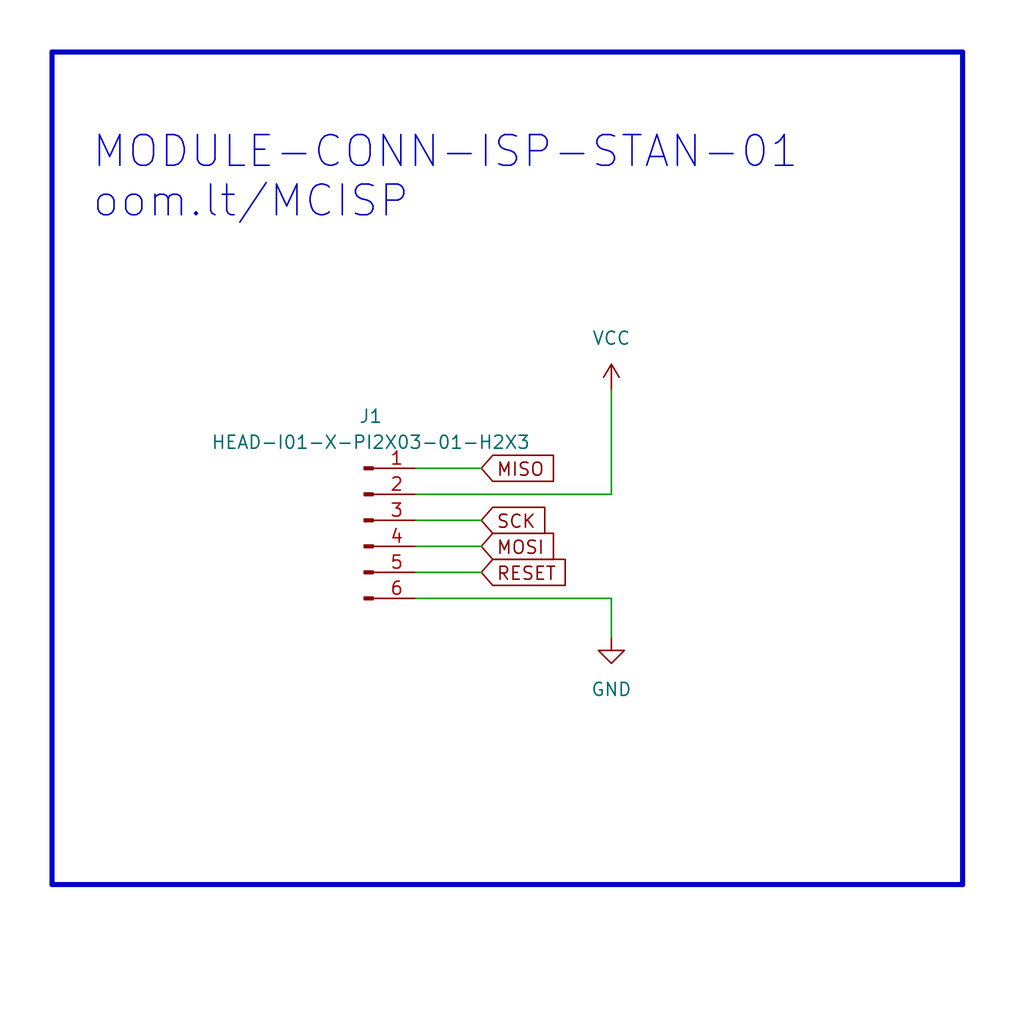
<source format=kicad_sch>
(kicad_sch (version 20211123) (generator eeschema)
  (paper "User" 99.9998 99.9998)
  (lib_symbols
    (symbol "oomlout_OOMP_parts:HEAD-I01-X-PI2X03-01-H2X3" (pin_names (offset 1.016) hide)
      (property "Reference" "J" (at 0 7.62 0))
      (property "Value" "HEAD-I01-X-PI2X03-01-H2X3" (at 0 -10.16 0))
      (symbol "HEAD-I01-X-PI2X03-01-H2X3_1_1"
        (polyline (pts (xy 1.27 -7.62) (xy 0.8636 -7.62)) (stroke (width 0.1524)))
        (polyline (pts (xy 1.27 -5.08) (xy 0.8636 -5.08)) (stroke (width 0.1524)))
        (polyline (pts (xy 1.27 -2.54) (xy 0.8636 -2.54)) (stroke (width 0.1524)))
        (polyline (pts (xy 1.27 0) (xy 0.8636 0)) (stroke (width 0.1524)))
        (polyline (pts (xy 1.27 2.54) (xy 0.8636 2.54)) (stroke (width 0.1524)))
        (polyline (pts (xy 1.27 5.08) (xy 0.8636 5.08)) (stroke (width 0.1524)))
        (rectangle (start 0.8636 -7.493) (end 0 -7.747) (stroke (width 0.1524)) (fill (type outline)))
        (rectangle (start 0.8636 -4.953) (end 0 -5.207) (stroke (width 0.1524)) (fill (type outline)))
        (rectangle (start 0.8636 -2.413) (end 0 -2.667) (stroke (width 0.1524)) (fill (type outline)))
        (rectangle (start 0.8636 0.127) (end 0 -0.127) (stroke (width 0.1524)) (fill (type outline)))
        (rectangle (start 0.8636 2.667) (end 0 2.413) (stroke (width 0.1524)) (fill (type outline)))
        (rectangle (start 0.8636 5.207) (end 0 4.953) (stroke (width 0.1524)) (fill (type outline)))
        (pin passive line (at 5.08 5.08 180) (length 3.81) (name "Pin_1") (number "1"))
        (pin passive line (at 5.08 2.54 180) (length 3.81) (name "Pin_2") (number "2"))
        (pin passive line (at 5.08 0 180) (length 3.81) (name "Pin_3") (number "3"))
        (pin passive line (at 5.08 -2.54 180) (length 3.81) (name "Pin_4") (number "4"))
        (pin passive line (at 5.08 -5.08 180) (length 3.81) (name "Pin_5") (number "5"))
        (pin passive line (at 5.08 -7.62 180) (length 3.81) (name "Pin_6") (number "6"))
      )
    )
    (symbol "power:GND" (power) (pin_names (offset 0))
      (property "Value" "GND" (at 0 -3.81 0))
      (symbol "GND_0_1"
        (polyline (pts (xy 0 0) (xy 0 -1.27) (xy 1.27 -1.27) (xy 0 -2.54) (xy -1.27 -1.27) (xy 0 -1.27)))
      )
      (symbol "GND_1_1"
        (pin power_in line (at 0 0 270) (length 0) hide (name "GND") (number "1"))
      )
    )
    (symbol "power:VCC" (power) (pin_names (offset 0))
      (property "Value" "VCC" (at 0 3.81 0))
      (symbol "VCC_0_1"
        (polyline (pts (xy -0.762 1.27) (xy 0 2.54)))
        (polyline (pts (xy 0 0) (xy 0 2.54)))
        (polyline (pts (xy 0 2.54) (xy 0.762 1.27)))
      )
      (symbol "VCC_1_1"
        (pin power_in line (at 0 0 90) (length 0) hide (name "VCC") (number "1"))
      )
    )
  )
  (polyline (pts (xy 5.08 86.36) (xy 93.98 86.36)) (stroke (width 0.5) (type solid)))
  (wire (pts (xy 40.64 48.26) (xy 59.69 48.26)))
  (wire (pts (xy 59.69 58.42) (xy 59.69 62.23)))
  (polyline (pts (xy 5.08 5.08) (xy 93.98 5.08)) (stroke (width 0.5) (type solid)))
  (wire (pts (xy 40.64 58.42) (xy 59.69 58.42)))
  (wire (pts (xy 59.69 38.1) (xy 59.69 48.26)))
  (polyline (pts (xy 5.08 5.08) (xy 5.08 86.36)) (stroke (width 0.5) (type solid)))
  (wire (pts (xy 40.64 50.8) (xy 46.99 50.8)))
  (wire (pts (xy 40.64 45.72) (xy 46.99 45.72)))
  (wire (pts (xy 40.64 55.88) (xy 46.99 55.88)))
  (wire (pts (xy 40.64 53.34) (xy 46.99 53.34)))
  (polyline (pts (xy 93.98 86.36) (xy 93.98 5.08)) (stroke (width 0.5) (type solid)))
  (text "MODULE-CONN-ISP-STAN-01\noom.lt/MCISP" (at 8.89 21.59 0) (effects (font (size 3 3)) (justify left bottom)))
  (global_label "RESET" (shape input) (at 46.99 55.88 0) (property "Intersheet References" "${INTERSHEET_REFS}" (effects hide)))
  (global_label "MISO" (shape input) (at 46.99 45.72 0) (property "Intersheet References" "${INTERSHEET_REFS}" (effects hide)))
  (global_label "MOSI" (shape input) (at 46.99 53.34 0) (property "Intersheet References" "${INTERSHEET_REFS}" (effects hide)))
  (global_label "SCK" (shape input) (at 46.99 50.8 0) (property "Intersheet References" "${INTERSHEET_REFS}" (effects hide)))
  (symbol (lib_id "oomlout_OOMP_parts:HEAD-I01-X-PI2X03-01-H2X3") (at 35.56 50.8 0) (unit 1)
    (property "Reference" "J1" (at 36.195 40.64 0))
    (property "Value" "HEAD-I01-X-PI2X03-01-H2X3" (at 36.195 43.18 0))
    (property "Footprint" "oomlout_OOMP_parts:HEAD-I01-X-PI2X03-01-H2X3" (effects hide))
    (property "Datasheet" "oom.lt/H2X3" (effects hide))
  )
  (symbol (lib_id "power:GND") (at 59.69 62.23 0) (unit 1)
    (property "Reference" "#PWR?" (effects hide))
    (property "Value" "GND" (at 59.69 67.31 0))
  )
  (symbol (lib_id "power:VCC") (at 59.69 38.1 0) (unit 1)
    (property "Reference" "#PWR?" (effects hide))
    (property "Value" "VCC" (at 59.69 33.02 0))
  )
)
</source>
